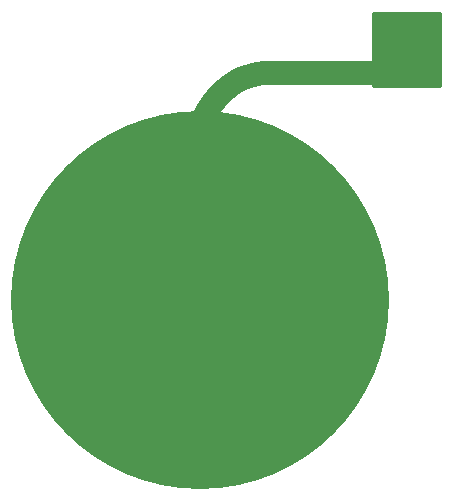
<source format=gbl>
G04 #@! TF.GenerationSoftware,KiCad,Pcbnew,(5.1.5-0)*
G04 #@! TF.CreationDate,2020-06-12T17:52:12+02:00*
G04 #@! TF.ProjectId,Electrodes,456c6563-7472-46f6-9465-732e6b696361,rev?*
G04 #@! TF.SameCoordinates,Original*
G04 #@! TF.FileFunction,Copper,L2,Bot*
G04 #@! TF.FilePolarity,Positive*
%FSLAX46Y46*%
G04 Gerber Fmt 4.6, Leading zero omitted, Abs format (unit mm)*
G04 Created by KiCad (PCBNEW (5.1.5-0)) date 2020-06-12 17:52:12*
%MOMM*%
%LPD*%
G04 APERTURE LIST*
%ADD10C,32.000000*%
%ADD11C,1.500000*%
%ADD12C,2.000000*%
%ADD13C,0.254000*%
G04 APERTURE END LIST*
D10*
X80500000Y-105500000D03*
D11*
X80500000Y-91000000D02*
X80500000Y-105500000D01*
D12*
X96249990Y-86250010D02*
X98000000Y-84500000D01*
X80500000Y-92250010D02*
X80500000Y-105500000D01*
X80500000Y-92250010D02*
X80528891Y-91661907D01*
X80528891Y-91661907D02*
X80615288Y-91079468D01*
X80615288Y-91079468D02*
X80758357Y-90508301D01*
X80758357Y-90508301D02*
X80956722Y-89953909D01*
X80956722Y-89953909D02*
X81208472Y-89421629D01*
X81208472Y-89421629D02*
X81511182Y-88916588D01*
X81511182Y-88916588D02*
X81861937Y-88443650D01*
X81861937Y-88443650D02*
X82257359Y-88007369D01*
X82257359Y-88007369D02*
X82693640Y-87611947D01*
X82693640Y-87611947D02*
X83166578Y-87261192D01*
X83166578Y-87261192D02*
X83671619Y-86958482D01*
X83671619Y-86958482D02*
X84203899Y-86706732D01*
X84203899Y-86706732D02*
X84758291Y-86508367D01*
X84758291Y-86508367D02*
X85329458Y-86365298D01*
X85329458Y-86365298D02*
X85911897Y-86278901D01*
X85911897Y-86278901D02*
X86500000Y-86250010D01*
X86500000Y-86250010D02*
X96249990Y-86250010D01*
D13*
G36*
X100823001Y-84991299D02*
G01*
X100823000Y-84991309D01*
X100823000Y-87373000D01*
X95127000Y-87373000D01*
X95127000Y-85124256D01*
X95147882Y-85098811D01*
X95164318Y-85068063D01*
X95174439Y-85034698D01*
X95177856Y-85000000D01*
X95177000Y-84991308D01*
X95177000Y-81177000D01*
X100823000Y-81177000D01*
X100823001Y-84991299D01*
G37*
X100823001Y-84991299D02*
X100823000Y-84991309D01*
X100823000Y-87373000D01*
X95127000Y-87373000D01*
X95127000Y-85124256D01*
X95147882Y-85098811D01*
X95164318Y-85068063D01*
X95174439Y-85034698D01*
X95177856Y-85000000D01*
X95177000Y-84991308D01*
X95177000Y-81177000D01*
X100823000Y-81177000D01*
X100823001Y-84991299D01*
M02*

</source>
